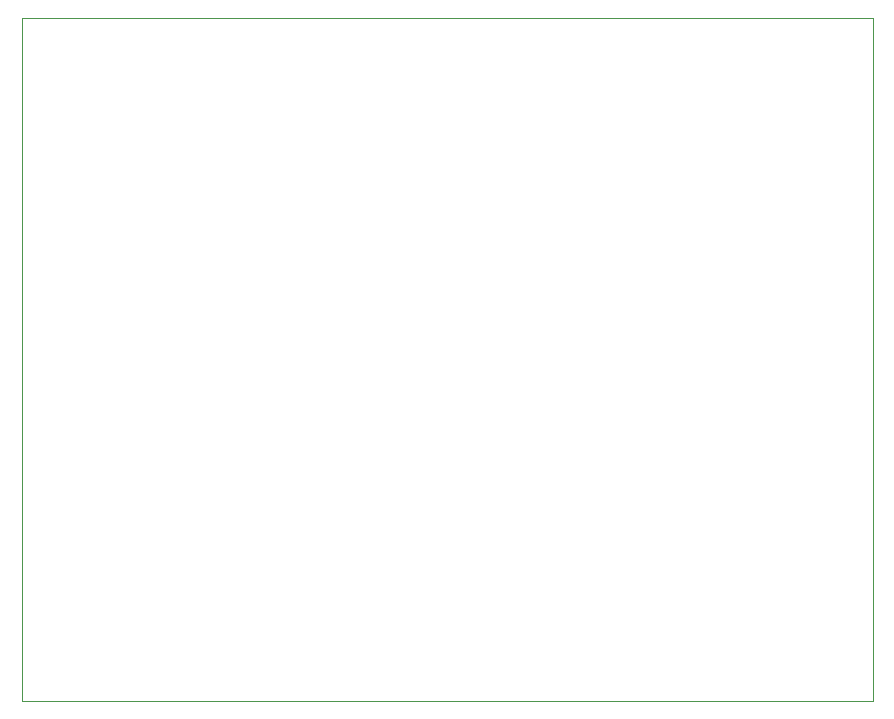
<source format=gbr>
%TF.GenerationSoftware,KiCad,Pcbnew,7.0.10-7.0.10~ubuntu22.04.1*%
%TF.CreationDate,2024-11-26T00:39:38-05:00*%
%TF.ProjectId,Chimera,4368696d-6572-4612-9e6b-696361645f70,rev?*%
%TF.SameCoordinates,Original*%
%TF.FileFunction,Profile,NP*%
%FSLAX46Y46*%
G04 Gerber Fmt 4.6, Leading zero omitted, Abs format (unit mm)*
G04 Created by KiCad (PCBNEW 7.0.10-7.0.10~ubuntu22.04.1) date 2024-11-26 00:39:38*
%MOMM*%
%LPD*%
G01*
G04 APERTURE LIST*
%TA.AperFunction,Profile*%
%ADD10C,0.100000*%
%TD*%
G04 APERTURE END LIST*
D10*
X71870000Y-61720000D02*
X143910000Y-61720000D01*
X143910000Y-119585000D01*
X71870000Y-119585000D01*
X71870000Y-61720000D01*
M02*

</source>
